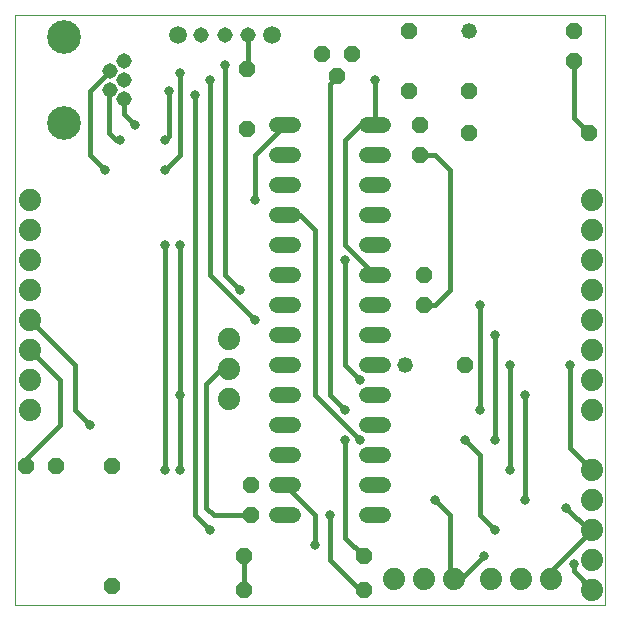
<source format=gtl>
G75*
%MOIN*%
%OFA0B0*%
%FSLAX25Y25*%
%IPPOS*%
%LPD*%
%AMOC8*
5,1,8,0,0,1.08239X$1,22.5*
%
%ADD10C,0.00000*%
%ADD11OC8,0.05200*%
%ADD12C,0.05200*%
%ADD13C,0.05150*%
%ADD14C,0.11220*%
%ADD15C,0.07400*%
%ADD16C,0.05200*%
%ADD17C,0.05937*%
%ADD18C,0.03169*%
%ADD19C,0.01600*%
D10*
X0001800Y0002083D02*
X0001800Y0198934D01*
X0198650Y0198934D01*
X0198650Y0002083D01*
X0001800Y0002083D01*
D11*
X0034300Y0008333D03*
X0034300Y0048333D03*
X0015550Y0048333D03*
X0005550Y0048333D03*
X0078050Y0018333D03*
X0078050Y0007083D03*
X0080550Y0032083D03*
X0080550Y0042083D03*
X0118050Y0018333D03*
X0118050Y0007083D03*
X0151800Y0082083D03*
X0138050Y0102083D03*
X0138050Y0112083D03*
X0136800Y0152083D03*
X0136800Y0162083D03*
X0133050Y0173333D03*
X0114300Y0185833D03*
X0109300Y0178333D03*
X0104300Y0185833D03*
X0079300Y0180833D03*
X0079300Y0160833D03*
X0133050Y0193333D03*
X0153050Y0173333D03*
X0153050Y0159583D03*
X0188050Y0183333D03*
X0188050Y0193333D03*
X0193050Y0159583D03*
D12*
X0153050Y0193333D03*
X0131800Y0082083D03*
D13*
X0038129Y0170784D03*
X0033404Y0173934D03*
X0038129Y0177083D03*
X0033404Y0180233D03*
X0038129Y0183383D03*
X0063926Y0192083D03*
X0071800Y0192083D03*
X0079674Y0192083D03*
D14*
X0018050Y0191453D03*
X0018050Y0162713D03*
D15*
X0006800Y0137083D03*
X0006800Y0127083D03*
X0006800Y0117083D03*
X0006800Y0107083D03*
X0006800Y0097083D03*
X0006800Y0087083D03*
X0006800Y0077083D03*
X0006800Y0067083D03*
X0073050Y0070833D03*
X0073050Y0080833D03*
X0073050Y0090833D03*
X0128050Y0010833D03*
X0138050Y0010833D03*
X0148050Y0010833D03*
X0160550Y0010833D03*
X0170550Y0010833D03*
X0180550Y0010833D03*
X0194300Y0007083D03*
X0194300Y0017083D03*
X0194300Y0027083D03*
X0194300Y0037083D03*
X0194300Y0047083D03*
X0194300Y0067083D03*
X0194300Y0077083D03*
X0194300Y0087083D03*
X0194300Y0097083D03*
X0194300Y0107083D03*
X0194300Y0117083D03*
X0194300Y0127083D03*
X0194300Y0137083D03*
D16*
X0124400Y0132083D02*
X0119200Y0132083D01*
X0119200Y0142083D02*
X0124400Y0142083D01*
X0124400Y0152083D02*
X0119200Y0152083D01*
X0119200Y0162083D02*
X0124400Y0162083D01*
X0094400Y0162083D02*
X0089200Y0162083D01*
X0089200Y0152083D02*
X0094400Y0152083D01*
X0094400Y0142083D02*
X0089200Y0142083D01*
X0089200Y0132083D02*
X0094400Y0132083D01*
X0094400Y0122083D02*
X0089200Y0122083D01*
X0089200Y0112083D02*
X0094400Y0112083D01*
X0094400Y0102083D02*
X0089200Y0102083D01*
X0089200Y0092083D02*
X0094400Y0092083D01*
X0094400Y0082083D02*
X0089200Y0082083D01*
X0089200Y0072083D02*
X0094400Y0072083D01*
X0094400Y0062083D02*
X0089200Y0062083D01*
X0089200Y0052083D02*
X0094400Y0052083D01*
X0094400Y0042083D02*
X0089200Y0042083D01*
X0089200Y0032083D02*
X0094400Y0032083D01*
X0119200Y0032083D02*
X0124400Y0032083D01*
X0124400Y0042083D02*
X0119200Y0042083D01*
X0119200Y0052083D02*
X0124400Y0052083D01*
X0124400Y0062083D02*
X0119200Y0062083D01*
X0119200Y0072083D02*
X0124400Y0072083D01*
X0124400Y0082083D02*
X0119200Y0082083D01*
X0119200Y0092083D02*
X0124400Y0092083D01*
X0124400Y0102083D02*
X0119200Y0102083D01*
X0119200Y0112083D02*
X0124400Y0112083D01*
X0124400Y0122083D02*
X0119200Y0122083D01*
D17*
X0087548Y0192083D03*
X0056052Y0192083D03*
D18*
X0056800Y0179583D03*
X0053050Y0173333D03*
X0061800Y0172083D03*
X0066800Y0177083D03*
X0071800Y0182083D03*
X0051800Y0157083D03*
X0051800Y0147083D03*
X0036800Y0157083D03*
X0041800Y0162083D03*
X0031800Y0147083D03*
X0051800Y0122083D03*
X0056800Y0122083D03*
X0076800Y0107083D03*
X0081800Y0097083D03*
X0056800Y0072083D03*
X0056800Y0047083D03*
X0051800Y0047083D03*
X0066800Y0027083D03*
X0101800Y0022083D03*
X0106800Y0032083D03*
X0111800Y0057083D03*
X0116800Y0057083D03*
X0111800Y0067083D03*
X0116800Y0077083D03*
X0151800Y0057083D03*
X0161800Y0057083D03*
X0166800Y0047083D03*
X0171800Y0037083D03*
X0161800Y0027083D03*
X0158050Y0018333D03*
X0141800Y0037083D03*
X0156800Y0067083D03*
X0171800Y0072083D03*
X0166800Y0082083D03*
X0161800Y0092083D03*
X0156800Y0102083D03*
X0186800Y0082083D03*
X0185550Y0034583D03*
X0188050Y0015833D03*
X0111800Y0117083D03*
X0081800Y0137083D03*
X0121800Y0177083D03*
X0026800Y0062083D03*
D19*
X0021800Y0067083D01*
X0021800Y0082083D01*
X0006800Y0097083D01*
X0006800Y0087083D02*
X0016800Y0077083D01*
X0016800Y0062083D01*
X0005550Y0050833D01*
X0005550Y0048333D01*
X0051800Y0047083D02*
X0051800Y0122083D01*
X0056800Y0122083D02*
X0056800Y0072083D01*
X0056800Y0047083D01*
X0065550Y0034583D02*
X0068050Y0032083D01*
X0080550Y0032083D01*
X0091800Y0042083D02*
X0101800Y0032083D01*
X0101800Y0022083D01*
X0106800Y0017083D02*
X0106800Y0032083D01*
X0111800Y0024583D02*
X0118050Y0018333D01*
X0111800Y0024583D02*
X0111800Y0057083D01*
X0116800Y0057083D02*
X0101800Y0072083D01*
X0101800Y0127083D01*
X0096800Y0132083D01*
X0091800Y0132083D01*
X0081800Y0137083D02*
X0081800Y0152083D01*
X0091800Y0162083D01*
X0106800Y0175833D02*
X0109300Y0178333D01*
X0106800Y0175833D02*
X0106800Y0072083D01*
X0111800Y0067083D01*
X0116800Y0077083D02*
X0111800Y0082083D01*
X0111800Y0117083D01*
X0111800Y0122083D02*
X0121800Y0112083D01*
X0111800Y0122083D02*
X0111800Y0157083D01*
X0116800Y0162083D01*
X0121800Y0162083D01*
X0121800Y0177083D01*
X0136800Y0152083D02*
X0141800Y0152083D01*
X0146800Y0147083D01*
X0146800Y0107083D01*
X0141800Y0102083D01*
X0138050Y0102083D01*
X0156800Y0102083D02*
X0156800Y0067083D01*
X0151800Y0057083D02*
X0156800Y0052083D01*
X0156800Y0032083D01*
X0161800Y0027083D01*
X0158050Y0018333D02*
X0150550Y0010833D01*
X0148050Y0010833D01*
X0146800Y0012083D01*
X0146800Y0032083D01*
X0141800Y0037083D01*
X0161800Y0057083D02*
X0161800Y0092083D01*
X0166800Y0082083D02*
X0166800Y0047083D01*
X0171800Y0037083D02*
X0171800Y0072083D01*
X0186800Y0082083D02*
X0186800Y0054583D01*
X0194300Y0047083D01*
X0185550Y0034583D02*
X0193050Y0027083D01*
X0194300Y0027083D01*
X0180550Y0013333D01*
X0180550Y0010833D01*
X0188050Y0013333D02*
X0194300Y0007083D01*
X0188050Y0013333D02*
X0188050Y0015833D01*
X0118050Y0007083D02*
X0116800Y0007083D01*
X0106800Y0017083D01*
X0078050Y0018333D02*
X0078050Y0007083D01*
X0066800Y0027083D02*
X0061800Y0032083D01*
X0061800Y0172083D01*
X0066800Y0177083D02*
X0066800Y0112083D01*
X0081800Y0097083D01*
X0076800Y0107083D02*
X0071800Y0112083D01*
X0071800Y0182083D01*
X0079300Y0180833D02*
X0079674Y0181207D01*
X0079674Y0192083D01*
X0056800Y0179583D02*
X0056800Y0152083D01*
X0051800Y0147083D01*
X0051800Y0157083D02*
X0053050Y0158333D01*
X0053050Y0173333D01*
X0041800Y0162083D02*
X0038129Y0165755D01*
X0038129Y0170784D01*
X0033404Y0173934D02*
X0033050Y0173579D01*
X0033050Y0159583D01*
X0035550Y0157083D01*
X0036800Y0157083D01*
X0031800Y0147083D02*
X0026800Y0152083D01*
X0026800Y0173629D01*
X0033404Y0180233D01*
X0070550Y0080833D02*
X0065550Y0075833D01*
X0065550Y0034583D01*
X0070550Y0080833D02*
X0073050Y0080833D01*
X0188050Y0164583D02*
X0193050Y0159583D01*
X0188050Y0164583D02*
X0188050Y0183333D01*
M02*

</source>
